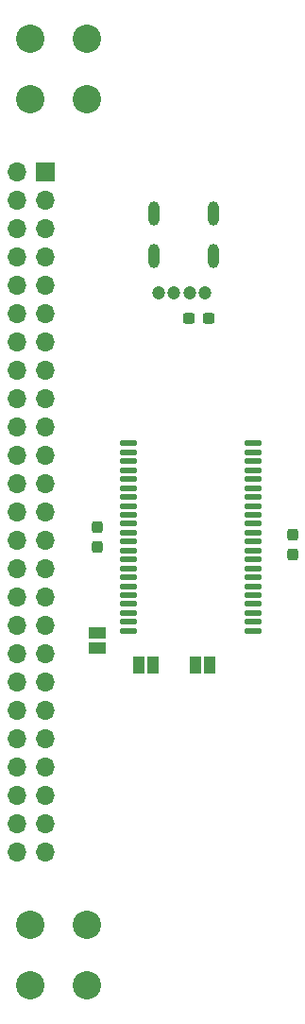
<source format=gbr>
%TF.GenerationSoftware,KiCad,Pcbnew,6.0.1+dfsg-1*%
%TF.CreationDate,2022-03-06T17:26:00+02:00*%
%TF.ProjectId,ram_board,72616d5f-626f-4617-9264-2e6b69636164,rev?*%
%TF.SameCoordinates,Original*%
%TF.FileFunction,Soldermask,Top*%
%TF.FilePolarity,Negative*%
%FSLAX46Y46*%
G04 Gerber Fmt 4.6, Leading zero omitted, Abs format (unit mm)*
G04 Created by KiCad (PCBNEW 6.0.1+dfsg-1) date 2022-03-06 17:26:00*
%MOMM*%
%LPD*%
G01*
G04 APERTURE LIST*
G04 Aperture macros list*
%AMRoundRect*
0 Rectangle with rounded corners*
0 $1 Rounding radius*
0 $2 $3 $4 $5 $6 $7 $8 $9 X,Y pos of 4 corners*
0 Add a 4 corners polygon primitive as box body*
4,1,4,$2,$3,$4,$5,$6,$7,$8,$9,$2,$3,0*
0 Add four circle primitives for the rounded corners*
1,1,$1+$1,$2,$3*
1,1,$1+$1,$4,$5*
1,1,$1+$1,$6,$7*
1,1,$1+$1,$8,$9*
0 Add four rect primitives between the rounded corners*
20,1,$1+$1,$2,$3,$4,$5,0*
20,1,$1+$1,$4,$5,$6,$7,0*
20,1,$1+$1,$6,$7,$8,$9,0*
20,1,$1+$1,$8,$9,$2,$3,0*%
G04 Aperture macros list end*
%ADD10RoundRect,0.137500X-0.625000X-0.137500X0.625000X-0.137500X0.625000X0.137500X-0.625000X0.137500X0*%
%ADD11RoundRect,0.237500X-0.300000X-0.237500X0.300000X-0.237500X0.300000X0.237500X-0.300000X0.237500X0*%
%ADD12RoundRect,0.237500X0.237500X-0.300000X0.237500X0.300000X-0.237500X0.300000X-0.237500X-0.300000X0*%
%ADD13C,1.200000*%
%ADD14O,1.000000X2.200000*%
%ADD15C,2.540000*%
%ADD16R,1.500000X1.000000*%
%ADD17R,1.000000X1.500000*%
%ADD18R,1.700000X1.700000*%
%ADD19O,1.700000X1.700000*%
%ADD20RoundRect,0.237500X-0.237500X0.300000X-0.237500X-0.300000X0.237500X-0.300000X0.237500X0.300000X0*%
G04 APERTURE END LIST*
D10*
%TO.C,U1*%
X56892500Y-51580000D03*
X56892500Y-52380000D03*
X56892500Y-53180000D03*
X56892500Y-53980000D03*
X56892500Y-54780000D03*
X56892500Y-55580000D03*
X56892500Y-56380000D03*
X56892500Y-57180000D03*
X56892500Y-57980000D03*
X56892500Y-58780000D03*
X56892500Y-59580000D03*
X56892500Y-60380000D03*
X56892500Y-61180000D03*
X56892500Y-61980000D03*
X56892500Y-62780000D03*
X56892500Y-63580000D03*
X56892500Y-64380000D03*
X56892500Y-65180000D03*
X56892500Y-65980000D03*
X56892500Y-66780000D03*
X56892500Y-67580000D03*
X56892500Y-68380000D03*
X68067500Y-68380000D03*
X68067500Y-67580000D03*
X68067500Y-66780000D03*
X68067500Y-65980000D03*
X68067500Y-65180000D03*
X68067500Y-64380000D03*
X68067500Y-63580000D03*
X68067500Y-62780000D03*
X68067500Y-61980000D03*
X68067500Y-61180000D03*
X68067500Y-60380000D03*
X68067500Y-59580000D03*
X68067500Y-58780000D03*
X68067500Y-57980000D03*
X68067500Y-57180000D03*
X68067500Y-56380000D03*
X68067500Y-55580000D03*
X68067500Y-54780000D03*
X68067500Y-53980000D03*
X68067500Y-53180000D03*
X68067500Y-52380000D03*
X68067500Y-51580000D03*
%TD*%
D11*
%TO.C,C3*%
X62347500Y-40380000D03*
X64072500Y-40380000D03*
%TD*%
D12*
%TO.C,C2*%
X71640000Y-61502500D03*
X71640000Y-59777500D03*
%TD*%
D13*
%TO.C,J2*%
X59580000Y-38060000D03*
X60980000Y-38060000D03*
X62380000Y-38060000D03*
X63780000Y-38060000D03*
D14*
X59160000Y-34790000D03*
X59160000Y-30950000D03*
X64500000Y-30950000D03*
X64500000Y-34790000D03*
%TD*%
D15*
%TO.C,ST2*%
X53190000Y-94720000D03*
X48110000Y-100160000D03*
X53190000Y-100160000D03*
X48110000Y-94720000D03*
%TD*%
D16*
%TO.C,JP1*%
X54090000Y-68580000D03*
X54090000Y-69880000D03*
%TD*%
D17*
%TO.C,JP3*%
X59110000Y-71410000D03*
X57810000Y-71410000D03*
%TD*%
D18*
%TO.C,J1*%
X49425790Y-27248710D03*
D19*
X46885790Y-27248710D03*
X49425790Y-29788710D03*
X46885790Y-29788710D03*
X49425790Y-32328710D03*
X46885790Y-32328710D03*
X49425790Y-34868710D03*
X46885790Y-34868710D03*
X49425790Y-37408710D03*
X46885790Y-37408710D03*
X49425790Y-39948710D03*
X46885790Y-39948710D03*
X49425790Y-42488710D03*
X46885790Y-42488710D03*
X49425790Y-45028710D03*
X46885790Y-45028710D03*
X49425790Y-47568710D03*
X46885790Y-47568710D03*
X49425790Y-50108710D03*
X46885790Y-50108710D03*
X49425790Y-52648710D03*
X46885790Y-52648710D03*
X49425790Y-55188710D03*
X46885790Y-55188710D03*
X49425790Y-57728710D03*
X46885790Y-57728710D03*
X49425790Y-60268710D03*
X46885790Y-60268710D03*
X49425790Y-62808710D03*
X46885790Y-62808710D03*
X49425790Y-65348710D03*
X46885790Y-65348710D03*
X49425790Y-67888710D03*
X46885790Y-67888710D03*
X49425790Y-70428710D03*
X46885790Y-70428710D03*
X49425790Y-72968710D03*
X46885790Y-72968710D03*
X49425790Y-75508710D03*
X46885790Y-75508710D03*
X49425790Y-78048710D03*
X46885790Y-78048710D03*
X49425790Y-80588710D03*
X46885790Y-80588710D03*
X49425790Y-83128710D03*
X46885790Y-83128710D03*
X49425790Y-85668710D03*
X46885790Y-85668710D03*
X49425790Y-88208710D03*
X46885790Y-88208710D03*
%TD*%
D17*
%TO.C,JP2*%
X64210000Y-71430000D03*
X62910000Y-71430000D03*
%TD*%
D15*
%TO.C,ST1*%
X53190000Y-15300000D03*
X53190000Y-20740000D03*
X48110000Y-20740000D03*
X48110000Y-15300000D03*
%TD*%
D20*
%TO.C,C1*%
X54090000Y-59107500D03*
X54090000Y-60832500D03*
%TD*%
M02*

</source>
